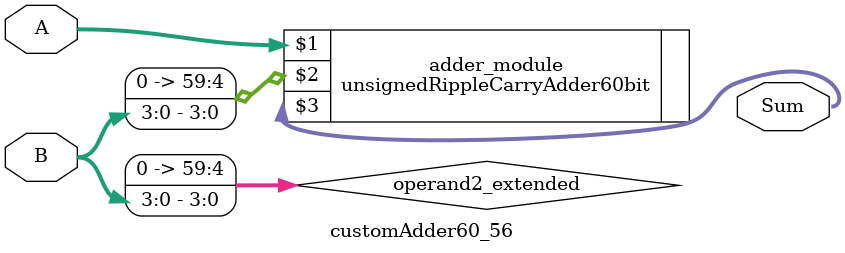
<source format=v>
module customAdder60_56(
                        input [59 : 0] A,
                        input [3 : 0] B,
                        
                        output [60 : 0] Sum
                );

        wire [59 : 0] operand2_extended;
        
        assign operand2_extended =  {56'b0, B};
        
        unsignedRippleCarryAdder60bit adder_module(
            A,
            operand2_extended,
            Sum
        );
        
        endmodule
        
</source>
